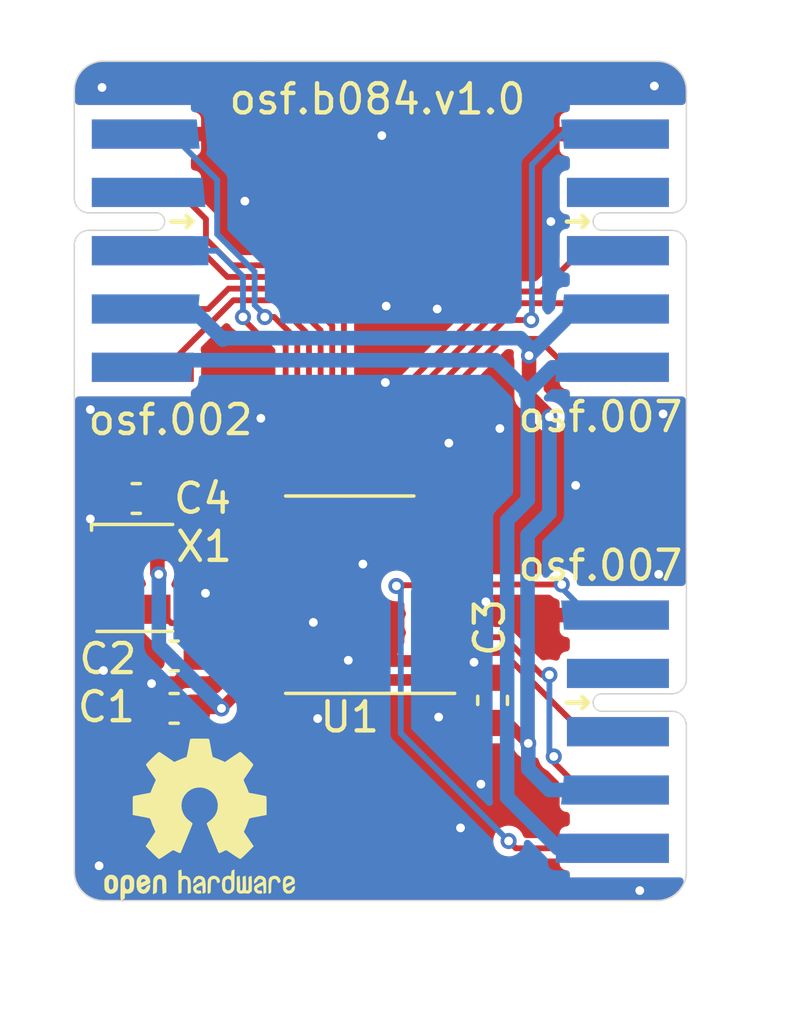
<source format=kicad_pcb>
(kicad_pcb (version 20221018) (generator pcbnew)
  (layers (0 "F.Cu" signal) (31 "B.Cu" signal) (34 "B.Paste" user) (35 "F.Paste" user) (36 "B.SilkS" user "B.Silkscreen") (37 "F.SilkS" user "F.Silkscreen") (38 "B.Mask" user) (39 "F.Mask" user) (44 "Edge.Cuts" user))
  (net 0 "")
  (net 1 "/5V")
  (net 2 "/3.3V")
  (net 3 "Net-(U1-CAP)")
  (net 6 "/ADC/AD4+")
  (net 7 "GND")
  (net 8 "/ADC/AD4-")
  (net 9 "/ADC/{slash}RESET")
  (net 10 "/ADC/CS")
  (net 11 "/ADC/{slash}DRDY")
  (net 12 "/ADC/AD3-")
  (net 13 "/ADC/AD3+")
  (net 15 "/ADC/AD2+")
  (net 16 "/ADC/AD2-")
  (net 17 "/ADC/AD1-")
  (net 18 "/ADC/AD1+")
  (net 19 "/ADC/8MhZ_in")
  (net 20 "/ADC/SCLK")
  (net 21 "/ADC/MISO")
  (net 22 "/ADC/MOSI")
  (footprint "Symbol:OSHW-Logo2_7.3x6mm_SilkScreen" (layer "F.Cu") (at 34.3 173)
    (fp_text reference "l1" hide)
    (fp_text value "Logo_Open_Hardware_Larg" hide)
  )
  (footprint "Capacitor_SMD:C_0603_1608Metric" (layer "F.Cu") (at 32.125 162 180)
    (fp_text reference "C4" (at -2.275 0) (layer "F.SilkS"))
    (fp_text value "100nF")
    (pad "1" smd roundrect (at -0.775 0 180) (size 0.9 0.95) (layers "F.Cu" "F.Paste" "F.Mask") (net 2 "/3.3V"))
    (pad "2" smd roundrect (at 0.775 0 180) (size 0.9 0.95) (layers "F.Cu" "F.Paste" "F.Mask") (net 7 "GND"))
  )
  (footprint "on_edge:on_edge_2x05_host" (layer "F.Cu") (at 51 153.5 -90)
    (fp_text reference "J2")
    (fp_text value "007_ADC")
    (fp_line (start -4 0) (end -1.8 0) (stroke (width 0.05)) (layer "Edge.Cuts"))
    (fp_line (start -1.3 0.5) (end -1.3 2.9) (stroke (width 0.05)) (layer "Edge.Cuts"))
    (fp_line (start -0.7 2.9) (end -0.7 0.5) (stroke (width 0.05)) (layer "Edge.Cuts"))
    (fp_line (start -0.2 0) (end 4 0) (stroke (width 0.05)) (layer "Edge.Cuts"))
    (fp_arc (start -1.8 0) (mid -1.446447 0.146447) (end -1.3 0.5) (stroke (width 0.05)) (layer "Edge.Cuts"))
    (fp_arc (start -0.7 0.5) (mid -0.553553 0.146447) (end -0.2 0) (stroke (width 0.05)) (layer "Edge.Cuts"))
    (fp_arc (start -0.7 2.9) (mid -1 3.2) (end -1.3 2.9) (stroke (width 0.05)) (layer "Edge.Cuts"))
    (pad "1" smd rect (at -4 2.35 270) (size 1 3.5) (layers "F.Cu" "F.Mask") (net 7 "GND"))
    (pad "2" smd rect (at -2 2.35 270) (size 1 3.5) (layers "F.Cu" "F.Mask"))
    (pad "3" smd rect (at 0 2.35 270) (size 1 3.5) (layers "F.Cu" "F.Mask") (net 13 "/ADC/AD3+"))
    (pad "4" smd rect (at 2 2.35 270) (size 1 3.5) (layers "F.Cu" "F.Mask") (net 12 "/ADC/AD3-"))
    (pad "5" smd rect (at 4 2.35 270) (size 1 3.5) (layers "F.Cu" "F.Mask") (net 6 "/ADC/AD4+"))
    (pad "6" smd custom (at -4 2.4 90) (size 1 3.6) (layers "B.Cu" "B.Mask") (net 8 "/ADC/AD4-") (options (clearance outline) (anchor rect)) (primitives (gr_poly (pts (xy 0.5 -1.8) (xy -0.5 -1.8) (xy 0.5 -1.9)) (width 0) (fill yes))))
    (pad "7" smd rect (at -2 2.35 90) (size 1 3.5) (layers "B.Cu" "B.Mask"))
    (pad "8" smd rect (at 0 2.35 90) (size 1 3.5) (layers "B.Cu" "B.Mask"))
    (pad "9" smd custom (at 2 2.4 90) (size 1 3.6) (layers "B.Cu" "B.Mask") (net 2 "/3.3V") (options (clearance outline) (anchor rect)) (primitives (gr_poly (pts (xy 0.5 -1.8) (xy -0.5 -1.8) (xy -0.5 -1.9)) (width 0) (fill yes))))
    (pad "10" smd custom (at 4 2.5 90) (size 1 3.8) (layers "B.Cu" "B.Mask") (net 1 "/5V") (options (clearance outline) (anchor rect)) (primitives (gr_poly (pts (xy 0.5 -1.9) (xy -0.5 -1.9) (xy -0.5 -2)) (width 0) (fill yes))))
    (zone (net 0) (net_name "") (layers "F&B.Cu") (connect_pads (clearance 0)) (min_thickness 0.254)
      (keepout (tracks allowed) (vias not_allowed) (pads allowed) (copperpour not_allowed) (footprints not_allowed))
      (fill (thermal_gap 0.508) (thermal_bridge_width 0.508))
      (polygon (pts (xy 47 158.5) (xy 47 148.5) (xy 51 148.5) (xy 51 158.5)))
    )
  )
  (footprint "on_edge:on_edge_2x05_host" (layer "F.Cu") (at 51 170 -90)
    (fp_text reference "J3")
    (fp_text value "007_ADC")
    (fp_line (start -4 0) (end -1.8 0) (stroke (width 0.05)) (layer "Edge.Cuts"))
    (fp_line (start -1.3 0.5) (end -1.3 2.9) (stroke (width 0.05)) (layer "Edge.Cuts"))
    (fp_line (start -0.7 2.9) (end -0.7 0.5) (stroke (width 0.05)) (layer "Edge.Cuts"))
    (fp_line (start -0.2 0) (end 4 0) (stroke (width 0.05)) (layer "Edge.Cuts"))
    (fp_arc (start -1.8 0) (mid -1.446447 0.146447) (end -1.3 0.5) (stroke (width 0.05)) (layer "Edge.Cuts"))
    (fp_arc (start -0.7 0.5) (mid -0.553553 0.146447) (end -0.2 0) (stroke (width 0.05)) (layer "Edge.Cuts"))
    (fp_arc (start -0.7 2.9) (mid -1 3.2) (end -1.3 2.9) (stroke (width 0.05)) (layer "Edge.Cuts"))
    (pad "1" smd rect (at -4 2.35 270) (size 1 3.5) (layers "F.Cu" "F.Mask") (net 7 "GND"))
    (pad "2" smd rect (at -2 2.35 270) (size 1 3.5) (layers "F.Cu" "F.Mask"))
    (pad "3" smd rect (at 0 2.35 270) (size 1 3.5) (layers "F.Cu" "F.Mask") (net 18 "/ADC/AD1+"))
    (pad "4" smd rect (at 2 2.35 270) (size 1 3.5) (layers "F.Cu" "F.Mask") (net 17 "/ADC/AD1-"))
    (pad "5" smd rect (at 4 2.35 270) (size 1 3.5) (layers "F.Cu" "F.Mask") (net 15 "/ADC/AD2+"))
    (pad "6" smd custom (at -4 2.4 90) (size 1 3.6) (layers "B.Cu" "B.Mask") (net 16 "/ADC/AD2-") (options (clearance outline) (anchor rect)) (primitives (gr_poly (pts (xy 0.5 -1.8) (xy -0.5 -1.8) (xy 0.5 -1.9)) (width 0) (fill yes))))
    (pad "7" smd rect (at -2 2.35 90) (size 1 3.5) (layers "B.Cu" "B.Mask"))
    (pad "8" smd rect (at 0 2.35 90) (size 1 3.5) (layers "B.Cu" "B.Mask"))
    (pad "9" smd custom (at 2 2.4 90) (size 1 3.6) (layers "B.Cu" "B.Mask") (net 2 "/3.3V") (options (clearance outline) (anchor rect)) (primitives (gr_poly (pts (xy 0.5 -1.8) (xy -0.5 -1.8) (xy -0.5 -1.9)) (width 0) (fill yes))))
    (pad "10" smd custom (at 4 2.5 90) (size 1 3.8) (layers "B.Cu" "B.Mask") (net 1 "/5V") (options (clearance outline) (anchor rect)) (primitives (gr_poly (pts (xy 0.5 -1.9) (xy -0.5 -1.9) (xy -0.5 -2)) (width 0) (fill yes))))
    (zone (net 0) (net_name "") (layers "F&B.Cu") (connect_pads (clearance 0)) (min_thickness 0.254)
      (keepout (tracks allowed) (vias not_allowed) (pads allowed) (copperpour not_allowed) (footprints not_allowed))
      (fill (thermal_gap 0.508) (thermal_bridge_width 0.508))
      (polygon (pts (xy 47 175) (xy 47 165) (xy 51 165) (xy 51 175)))
    )
  )
  (footprint "on_edge:on_edge_2x05_device" (layer "F.Cu") (at 30 153.5 -90)
    (fp_text reference "J1")
    (fp_text value "002_SPI")
    (fp_line (start -4 0) (end -1.8 0) (stroke (width 0.05)) (layer "Edge.Cuts"))
    (fp_line (start -1.3 -2.8) (end -1.3 -0.5) (stroke (width 0.05)) (layer "Edge.Cuts"))
    (fp_line (start -0.7 -0.5) (end -0.7 -2.8) (stroke (width 0.05)) (layer "Edge.Cuts"))
    (fp_line (start -0.2 0) (end 4 0) (stroke (width 0.05)) (layer "Edge.Cuts"))
    (fp_arc (start -1.3 -2.8) (mid -1 -3.1) (end -0.7 -2.8) (stroke (width 0.05)) (layer "Edge.Cuts"))
    (fp_arc (start -1.3 -0.5) (mid -1.446447 -0.146447) (end -1.8 0) (stroke (width 0.05)) (layer "Edge.Cuts"))
    (fp_arc (start -0.2 0) (mid -0.553553 -0.146447) (end -0.7 -0.5) (stroke (width 0.05)) (layer "Edge.Cuts"))
    (pad "1" smd rect (at -4 -2.35 90) (size 1 3.5) (layers "F.Cu" "F.Mask") (net 7 "GND"))
    (pad "2" smd rect (at -2 -2.35 270) (size 1 3.5) (layers "F.Cu" "F.Mask") (net 22 "/ADC/MOSI"))
    (pad "3" smd rect (at 0 -2.35 270) (size 1 3.5) (layers "F.Cu" "F.Mask") (net 21 "/ADC/MISO"))
    (pad "4" smd rect (at 2 -2.35 90) (size 1 3.5) (layers "F.Cu" "F.Mask") (net 20 "/ADC/SCLK"))
    (pad "5" smd rect (at 4 -2.35 90) (size 1 3.5) (layers "F.Cu" "F.Mask") (net 11 "/ADC/{slash}DRDY"))
    (pad "6" smd custom (at -4 -2.4 270) (size 1 3.6) (layers "B.Cu" "B.Mask") (net 10 "/ADC/CS") (options (clearance outline) (anchor rect)) (primitives (gr_poly (pts (xy 0.5 -1.8) (xy 0.5 -1.9) (xy -0.5 -1.8)) (width 0) (fill yes))))
    (pad "7" smd custom (at -2 -2.1 270) (size 1 3) (layers "B.Cu" "B.Mask") (options (clearance outline) (anchor rect)) (primitives (gr_poly (pts (xy 0.3 -0.51) (xy 0.31 -0.62) (xy 0.33 -0.7) (xy 0.35 -0.76) (xy 0.37 -0.81) (xy 0.4 -0.86) (xy 0.44 -0.92) (xy 0.48 -0.97) (xy 0.5 -0.99) (xy 0.5 -2.4) (xy -0.5 -2.3) (xy -0.5 1.5) (xy 0.3 1.5)) (width 0) (fill yes))))
    (pad "8" smd rect (at 0 -2.6 270) (size 1 4) (layers "B.Cu" "B.Mask") (net 9 "/ADC/{slash}RESET"))
    (pad "9" smd custom (at 2 -2.4 270) (size 1 3.6) (layers "B.Cu" "B.Mask") (net 2 "/3.3V") (options (clearance outline) (anchor rect)) (primitives (gr_poly (pts (xy -0.5 -1.8) (xy -0.5 -1.9) (xy 0.5 -1.8)) (width 0) (fill yes))))
    (pad "10" smd custom (at 4 -2.3 270) (size 1 3.4) (layers "B.Cu" "B.Mask") (net 1 "/5V") (options (clearance outline) (anchor rect)) (primitives (gr_poly (pts (xy -0.5 -1.7) (xy -0.5 -1.8) (xy 0.5 -1.7)) (width 0) (fill yes))))
    (zone (net 0) (net_name "") (layers "F&B.Cu") (connect_pads (clearance 0)) (min_thickness 0.254)
      (keepout (tracks allowed) (vias not_allowed) (pads allowed) (copperpour not_allowed) (footprints not_allowed))
      (fill (thermal_gap 0.508) (thermal_bridge_width 0.508))
      (polygon (pts (xy 30 158.5) (xy 30 148.5) (xy 34 148.5) (xy 34 158.5)))
    )
  )
  (footprint "Package_SO:TSSOP-20_4.4x6.5mm_P0.65mm" (layer "F.Cu") (at 39.45 165.3 180)
    (fp_text reference "U1" (at 0 -4.2) (layer "F.SilkS"))
    (fp_text value "ADS131M04")
    (pad "1" smd roundrect (at -2.8625 -2.925 180) (size 1.475 0.4) (layers "F.Cu" "F.Paste" "F.Mask") (net 2 "/3.3V"))
    (pad "2" smd roundrect (at -2.8625 -2.275 180) (size 1.475 0.4) (layers "F.Cu" "F.Paste" "F.Mask") (net 7 "GND"))
    (pad "3" smd roundrect (at -2.8625 -1.625 180) (size 1.475 0.4) (layers "F.Cu" "F.Paste" "F.Mask") (net 18 "/ADC/AD1+"))
    (pad "4" smd roundrect (at -2.8625 -0.975 180) (size 1.475 0.4) (layers "F.Cu" "F.Paste" "F.Mask") (net 17 "/ADC/AD1-"))
    (pad "5" smd roundrect (at -2.8625 -0.325 180) (size 1.475 0.4) (layers "F.Cu" "F.Paste" "F.Mask") (net 16 "/ADC/AD2-"))
    (pad "6" smd roundrect (at -2.8625 0.325 180) (size 1.475 0.4) (layers "F.Cu" "F.Paste" "F.Mask") (net 15 "/ADC/AD2+"))
    (pad "7" smd roundrect (at -2.8625 0.975 180) (size 1.475 0.4) (layers "F.Cu" "F.Paste" "F.Mask") (net 13 "/ADC/AD3+"))
    (pad "8" smd roundrect (at -2.8625 1.625 180) (size 1.475 0.4) (layers "F.Cu" "F.Paste" "F.Mask") (net 12 "/ADC/AD3-"))
    (pad "9" smd roundrect (at -2.8625 2.275 180) (size 1.475 0.4) (layers "F.Cu" "F.Paste" "F.Mask") (net 8 "/ADC/AD4-"))
    (pad "10" smd roundrect (at -2.8625 2.925 180) (size 1.475 0.4) (layers "F.Cu" "F.Paste" "F.Mask") (net 6 "/ADC/AD4+"))
    (pad "11" smd roundrect (at 2.8625 2.925 180) (size 1.475 0.4) (layers "F.Cu" "F.Paste" "F.Mask") (net 9 "/ADC/{slash}RESET"))
    (pad "12" smd roundrect (at 2.8625 2.275 180) (size 1.475 0.4) (layers "F.Cu" "F.Paste" "F.Mask") (net 10 "/ADC/CS"))
    (pad "13" smd roundrect (at 2.8625 1.625 180) (size 1.475 0.4) (layers "F.Cu" "F.Paste" "F.Mask") (net 11 "/ADC/{slash}DRDY"))
    (pad "14" smd roundrect (at 2.8625 0.975 180) (size 1.475 0.4) (layers "F.Cu" "F.Paste" "F.Mask") (net 20 "/ADC/SCLK"))
    (pad "15" smd roundrect (at 2.8625 0.325 180) (size 1.475 0.4) (layers "F.Cu" "F.Paste" "F.Mask") (net 21 "/ADC/MISO"))
    (pad "16" smd roundrect (at 2.8625 -0.325 180) (size 1.475 0.4) (layers "F.Cu" "F.Paste" "F.Mask") (net 22 "/ADC/MOSI"))
    (pad "17" smd roundrect (at 2.8625 -0.975 180) (size 1.475 0.4) (layers "F.Cu" "F.Paste" "F.Mask") (net 19 "/ADC/8MhZ_in"))
    (pad "18" smd roundrect (at 2.8625 -1.625 180) (size 1.475 0.4) (layers "F.Cu" "F.Paste" "F.Mask") (net 3 "Net-(U1-CAP)"))
    (pad "19" smd roundrect (at 2.8625 -2.275 180) (size 1.475 0.4) (layers "F.Cu" "F.Paste" "F.Mask") (net 7 "GND"))
    (pad "20" smd roundrect (at 2.8625 -2.925 180) (size 1.475 0.4) (layers "F.Cu" "F.Paste" "F.Mask") (net 2 "/3.3V"))
  )
  (footprint "Capacitor_SMD:C_0603_1608Metric" (layer "F.Cu") (at 33.425 169.2 180)
    (fp_text reference "C1" (at 2.325 0.05) (layer "F.SilkS"))
    (fp_text value "100nF")
    (pad "1" smd roundrect (at -0.775 0 180) (size 0.9 0.95) (layers "F.Cu" "F.Paste" "F.Mask") (net 2 "/3.3V"))
    (pad "2" smd roundrect (at 0.775 0 180) (size 0.9 0.95) (layers "F.Cu" "F.Paste" "F.Mask") (net 7 "GND"))
  )
  (footprint "Capacitor_SMD:C_0603_1608Metric" (layer "F.Cu") (at 33.425 167.4 180)
    (fp_text reference "C2" (at 2.275 -0.1) (layer "F.SilkS"))
    (fp_text value "220nF")
    (pad "1" smd roundrect (at -0.775 0 180) (size 0.9 0.95) (layers "F.Cu" "F.Paste" "F.Mask") (net 3 "Net-(U1-CAP)"))
    (pad "2" smd roundrect (at 0.775 0 180) (size 0.9 0.95) (layers "F.Cu" "F.Paste" "F.Mask") (net 7 "GND"))
  )
  (footprint "Capacitor_SMD:C_0603_1608Metric" (layer "F.Cu") (at 44.35 168.925 90)
    (fp_text reference "C3" (at 2.5 -0.1 90) (layer "F.SilkS"))
    (fp_text value "100nF")
    (pad "1" smd roundrect (at -0.775 0 90) (size 0.9 0.95) (layers "F.Cu" "F.Paste" "F.Mask") (net 2 "/3.3V"))
    (pad "2" smd roundrect (at 0.775 0 90) (size 0.9 0.95) (layers "F.Cu" "F.Paste" "F.Mask") (net 7 "GND"))
  )
  (footprint "Oscillator:Oscillator_SMD_EuroQuartz_XO32-4Pin_3.2x2.5mm" (layer "F.Cu") (at 32.075 164.725)
    (fp_text reference "X1" (at 2.375 -1.075) (layer "F.SilkS"))
    (fp_text value "8MhZ")
    (pad "1" smd rect (at -0.775 -1.075 270) (size 1 0.9) (layers "F.Cu" "F.Paste" "F.Mask") (net 2 "/3.3V"))
    (pad "2" smd rect (at -0.775 1.075 270) (size 1 0.9) (layers "F.Cu" "F.Paste" "F.Mask") (net 7 "GND"))
    (pad "3" smd rect (at 0.775 1.075 270) (size 1 0.9) (layers "F.Cu" "F.Paste" "F.Mask") (net 19 "/ADC/8MhZ_in"))
    (pad "4" smd rect (at 0.775 -1.075 270) (size 1 0.9) (layers "F.Cu" "F.Paste" "F.Mask") (net 2 "/3.3V"))
  )
  (gr_line (start 31 175.792893) (end 36.5 175.792893) (stroke (width 0.05)) (layer "Edge.Cuts"))
  (gr_line (start 51 149.5) (end 51 148) (stroke (width 0.05)) (layer "Edge.Cuts"))
  (gr_arc (start 31 175.792893) (mid 30.292893 175.5) (end 30 174.792893) (stroke (width 0.05)) (layer "Edge.Cuts"))
  (gr_arc (start 50 147) (mid 50.707107 147.292893) (end 51 148) (stroke (width 0.05)) (layer "Edge.Cuts"))
  (gr_arc (start 51 174.792893) (mid 50.707107 175.5) (end 50 175.792893) (stroke (width 0.05)) (layer "Edge.Cuts"))
  (gr_line (start 30 157.5) (end 30 174.792893) (stroke (width 0.05)) (layer "Edge.Cuts"))
  (gr_arc (start 30 148) (mid 30.292893 147.292893) (end 31 147) (stroke (width 0.05)) (layer "Edge.Cuts"))
  (gr_line (start 36.5 147) (end 31 147) (stroke (width 0.05)) (layer "Edge.Cuts"))
  (gr_line (start 36.5 147) (end 50 147) (stroke (width 0.05)) (layer "Edge.Cuts"))
  (gr_line (start 30 149.5) (end 30 148) (stroke (width 0.05)) (layer "Edge.Cuts"))
  (gr_line (start 50 175.792893) (end 36.5 175.792893) (stroke (width 0.05)) (layer "Edge.Cuts"))
  (gr_line (start 51 166) (end 51 157.5) (stroke (width 0.05)) (layer "Edge.Cuts"))
  (gr_line (start 51 174.792893) (end 51 174) (stroke (width 0.05)) (layer "Edge.Cuts"))
  (gr_text "osf.007" (at 48.05 164.3) (layer "F.SilkS") (effects (font (size 1 1))))
  (gr_text "osf.b084.v1.0" (at 40.4 148.3) (layer "F.SilkS") (effects (font (size 1 1))))
  (gr_text "osf.007" (at 48.05 159.2) (layer "F.SilkS") (effects (font (size 1 1))))
  (gr_text "osf.002" (at 33.3 159.3) (layer "F.SilkS") (effects (font (size 1 1))))
  (segment (start 48.5 174) (end 46.6 174) (width 0.5) (layer "B.Cu") (net 1))
  (segment (start 44.85 172.25) (end 44.85 162.75) (width 0.5) (layer "B.Cu") (net 1))
  (segment (start 44.456781 157.256781) (end 32.543219 157.256781) (width 0.5) (layer "B.Cu") (net 1))
  (segment (start 45.5 158.4) (end 46.4 157.5) (width 0.5) (layer "B.Cu") (net 1))
  (segment (start 45.556781 162.043219) (end 45.556781 158.356781) (width 0.5) (layer "B.Cu") (net 1))
  (segment (start 46.4 157.5) (end 48.5 157.5) (width 0.5) (layer "B.Cu") (net 1))
  (segment (start 44.85 162.75) (end 45.556781 162.043219) (width 0.5) (layer "B.Cu") (net 1))
  (segment (start 46.6 174) (end 44.85 172.25) (width 0.5) (layer "B.Cu") (net 1))
  (segment (start 45.556781 158.356781) (end 44.456781 157.256781) (width 0.5) (layer "B.Cu") (net 1))
  (segment (start 32.543219 157.256781) (end 32.3 157.5) (width 0.5) (layer "B.Cu") (net 1))
  (segment (start 42.3125 168.225) (end 36.025 168.225) (width 0.4) (layer "F.Cu") (net 2))
  (segment (start 32.85 164.55) (end 32.9 164.6) (width 0.5) (layer "F.Cu") (net 2))
  (segment (start 32.9 163.6) (end 32.85 163.65) (width 0.5) (layer "F.Cu") (net 2))
  (segment (start 32.85 163.65) (end 32.85 164.55) (width 0.5) (layer "F.Cu") (net 2))
  (segment (start 46.3 159.2) (end 45.6 158.5) (width 0.5) (layer "F.Cu") (net 2))
  (segment (start 32.9 162) (end 32.9 163.6) (width 0.5) (layer "F.Cu") (net 2))
  (segment (start 45.6 158.5) (end 45.6 157.1) (width 0.5) (layer "F.Cu") (net 2))
  (segment (start 36.025 168.225) (end 35.05 169.2) (width 0.4) (layer "F.Cu") (net 2))
  (segment (start 31.3 163.65) (end 32.85 163.65) (width 0.5) (layer "F.Cu") (net 2))
  (segment (start 45.5745 170.4) (end 44.8745 169.7) (width 0.4) (layer "F.Cu") (net 2))
  (segment (start 44.8745 169.7) (end 44.35 169.7) (width 0.4) (layer "F.Cu") (net 2))
  (segment (start 42.875 168.225) (end 44.35 169.7) (width 0.4) (layer "F.Cu") (net 2))
  (segment (start 35.05 169.2) (end 34.2 169.2) (width 0.4) (layer "F.Cu") (net 2))
  (segment (start 42.3125 168.225) (end 42.875 168.225) (width 0.4) (layer "F.Cu") (net 2))
  (via (at 45.6 157.1) (size 0.55) (drill 0.3) (layers "F.Cu" "B.Cu") (net 2))
  (via (at 35.05 169.2) (size 0.55) (drill 0.3) (layers "F.Cu" "B.Cu") (net 2))
  (via (at 46.3 159.2) (size 0.55) (drill 0.3) (layers "F.Cu" "B.Cu") (net 2))
  (via (at 45.5745 170.4) (size 0.55) (drill 0.3) (layers "F.Cu" "B.Cu") (net 2))
  (via (at 32.9 164.6) (size 0.55) (drill 0.3) (layers "F.Cu" "B.Cu") (net 2))
  (segment (start 34.05 155.5) (end 32.4 155.5) (width 0.5) (layer "B.Cu") (net 2))
  (segment (start 35.1 156.55) (end 34.05 155.5) (width 0.5) (layer "B.Cu") (net 2))
  (segment (start 45.3 156.5) (end 35.15 156.5) (width 0.5) (layer "B.Cu") (net 2))
  (segment (start 45.5745 171.2745) (end 46.3 172) (width 0.5) (layer "B.Cu") (net 2))
  (segment (start 46.3 159.2) (end 46.3 162.5) (width 0.5) (layer "B.Cu") (net 2))
  (segment (start 45.55 163.25) (end 45.55 170.4) (width 0.5) (layer "B.Cu") (net 2))
  (segment (start 35.15 156.5) (end 35.1 156.55) (width 0.5) (layer "B.Cu") (net 2))
  (segment (start 45.6 156.8) (end 45.3 156.5) (width 0.5) (layer "B.Cu") (net 2))
  (segment (start 45.6 157.1) (end 47.2 155.5) (width 0.5) (layer "B.Cu") (net 2))
  (segment (start 47.2 155.5) (end 48.6 155.5) (width 0.5) (layer "B.Cu") (net 2))
  (segment (start 45.5745 170.4) (end 45.5745 171.2745) (width 0.5) (layer "B.Cu") (net 2))
  (segment (start 32.9 164.6) (end 32.9 167.05) (width 0.5) (layer "B.Cu") (net 2))
  (segment (start 32.9 167.05) (end 35.05 169.2) (width 0.5) (layer "B.Cu") (net 2))
  (segment (start 46.3 162.5) (end 45.55 163.25) (width 0.5) (layer "B.Cu") (net 2))
  (segment (start 46.3 172) (end 48.6 172) (width 0.5) (layer "B.Cu") (net 2))
  (segment (start 45.6 157.1) (end 45.6 156.8) (width 0.5) (layer "B.Cu") (net 2))
  (segment (start 36.5875 166.925) (end 35.333011 166.925) (width 0.2) (layer "F.Cu") (net 3))
  (segment (start 35.333011 166.925) (end 34.858011 167.4) (width 0.2) (layer "F.Cu") (net 3))
  (segment (start 34.858011 167.4) (end 34.2 167.4) (width 0.2) (layer "F.Cu") (net 3))
  (segment (start 44.675 156.525) (end 45.925 156.525) (width 0.2) (layer "F.Cu") (net 6))
  (segment (start 46.9 157.5) (end 48.65 157.5) (width 0.2) (layer "F.Cu") (net 6))
  (segment (start 41.925 162.375) (end 41.65 162.1) (width 0.2) (layer "F.Cu") (net 6))
  (segment (start 45.925 156.525) (end 46.9 157.5) (width 0.2) (layer "F.Cu") (net 6))
  (segment (start 42.3125 162.375) (end 41.925 162.375) (width 0.2) (layer "F.Cu") (net 6))
  (segment (start 41.65 162.1) (end 41.65 159.55) (width 0.2) (layer "F.Cu") (net 6))
  (segment (start 41.65 159.55) (end 44.675 156.525) (width 0.2) (layer "F.Cu") (net 6))
  (segment (start 40.65 155.35) (end 40.65 149.5) (width 0.5) (layer "F.Cu") (net 7))
  (segment (start 39.425 167.575) (end 39.4 167.55) (width 0.4) (layer "F.Cu") (net 7))
  (segment (start 39.4 167.55) (end 39.375 167.575) (width 0.4) (layer "F.Cu") (net 7))
  (segment (start 32.65 167.15) (end 31.3 165.8) (width 0.4) (layer "F.Cu") (net 7))
  (segment (start 30.65 162.7) (end 31.35 162) (width 0.4) (layer "F.Cu") (net 7))
  (segment (start 32.65 167.4) (end 32.65 167.15) (width 0.4) (layer "F.Cu") (net 7))
  (segment (start 40.7 155.4) (end 40.65 155.35) (width 0.5) (layer "F.Cu") (net 7))
  (segment (start 30.55 162.7) (end 30.65 162.7) (width 0.4) (layer "F.Cu") (net 7))
  (segment (start 34.715118 168.3) (end 32.7 168.3) (width 0.4) (layer "F.Cu") (net 7))
  (segment (start 40.65 149.5) (end 48.65 149.5) (width 0.5) (layer "F.Cu") (net 7))
  (segment (start 32.65 169.2) (end 32.65 167.4) (width 0.4) (layer "F.Cu") (net 7))
  (segment (start 36.5875 167.575) (end 35.440118 167.575) (width 0.4) (layer "F.Cu") (net 7))
  (segment (start 42.3125 167.575) (end 39.425 167.575) (width 0.4) (layer "F.Cu") (net 7))
  (segment (start 40.55 149.55) (end 40.6 149.5) (width 0.5) (layer "F.Cu") (net 7))
  (segment (start 40.670238 158.020238) (end 40.65 158) (width 0.5) (layer "F.Cu") (net 7))
  (segment (start 30.45 164.95) (end 30.45 162.9) (width 0.4) (layer "F.Cu") (net 7))
  (segment (start 32.65 168.35) (end 32.65 169.2) (width 0.4) (layer "F.Cu") (net 7))
  (segment (start 40.65 158) (end 40.65 155.45) (width 0.5) (layer "F.Cu") (net 7))
  (segment (start 40.6 149.5) (end 40.65 149.5) (width 0.5) (layer "F.Cu") (net 7))
  (segment (start 43.775 167.575) (end 44.35 168.15) (width 0.4) (layer "F.Cu") (net 7))
  (segment (start 40.65 155.45) (end 40.7 155.4) (width 0.5) (layer "F.Cu") (net 7))
  (segment (start 35.440118 167.575) (end 34.715118 168.3) (width 0.4) (layer "F.Cu") (net 7))
  (segment (start 39.375 167.575) (end 36.5875 167.575) (width 0.4) (layer "F.Cu") (net 7))
  (segment (start 44.5755 166) (end 48.65 166) (width 0.5) (layer "F.Cu") (net 7))
  (segment (start 42.3125 167.575) (end 43.775 167.575) (width 0.4) (layer "F.Cu") (net 7))
  (segment (start 30.45 162.9) (end 30.55 162.8) (width 0.4) (layer "F.Cu") (net 7))
  (segment (start 31.3 165.8) (end 30.45 164.95) (width 0.4) (layer "F.Cu") (net 7))
  (segment (start 44.118983 165.543483) (end 44.5755 166) (width 0.5) (layer "F.Cu") (net 7))
  (segment (start 32.35 149.5) (end 40.5 149.5) (width 0.5) (layer "F.Cu") (net 7))
  (segment (start 40.5 149.5) (end 40.55 149.55) (width 0.5) (layer "F.Cu") (net 7))
  (segment (start 32.7 168.3) (end 32.65 168.35) (width 0.4) (layer "F.Cu") (net 7))
  (segment (start 30.55 162.8) (end 30.55 162.7) (width 0.4) (layer "F.Cu") (net 7))
  (via (at 31 167.9) (size 0.55) (drill 0.3) (layers "F.Cu" "B.Cu") (net 7))
  (via (at 39.9 164.25) (size 0.55) (drill 0.3) (layers "F.Cu" "B.Cu") (net 7))
  (via (at 38.35 169.55) (size 0.55) (drill 0.3) (layers "F.Cu" "B.Cu") (net 7))
  (via (at 49.4 175.45) (size 0.55) (drill 0.3) (layers "F.Cu" "B.Cu") (net 7))
  (via (at 43.712764 167.618124) (size 0.55) (drill 0.3) (layers "F.Cu" "B.Cu") (net 7))
  (via (at 30.55 158.95) (size 0.55) (drill 0.3) (layers "F.Cu" "B.Cu") (net 7))
  (via (at 38.2 166.25) (size 0.55) (drill 0.3) (layers "F.Cu" "B.Cu") (net 7))
  (via (at 35.85 151.8) (size 0.55) (drill 0.3) (layers "F.Cu" "B.Cu") (net 7))
  (via (at 49.9 147.85) (size 0.55) (drill 0.3) (layers "F.Cu" "B.Cu") (net 7))
  (via (at 42.45 155.5) (size 0.55) (drill 0.3) (layers "F.Cu" "B.Cu") (net 7))
  (via (at 46.35 152.5) (size 0.55) (drill 0.3) (layers "F.Cu" "B.Cu") (net 7))
  (via (at 42.85 160.1) (size 0.55) (drill 0.3) (layers "F.Cu" "B.Cu") (net 7))
  (via (at 42.5 169.5) (size 0.55) (drill 0.3) (layers "F.Cu" "B.Cu") (net 7))
  (via (at 39.4 167.55) (size 0.55) (drill 0.3) (layers "F.Cu" "B.Cu") (net 7))
  (via (at 44.118983 165.543483) (size 0.55) (drill 0.3) (layers "F.Cu" "B.Cu") (net 7))
  (via (at 36.4 159.25) (size 0.55) (drill 0.3) (layers "F.Cu" "B.Cu") (net 7))
  (via (at 50.05 164.6) (size 0.55) (drill 0.3) (layers "F.Cu" "B.Cu") (net 7))
  (via (at 32.65 168.35) (size 0.55) (drill 0.3) (layers "F.Cu" "B.Cu") (net 7))
  (via (at 43.95 171.8) (size 0.55) (drill 0.3) (layers "F.Cu" "B.Cu") (net 7))
  (via (at 40.55 149.55) (size 0.55) (drill 0.3) (layers "F.Cu" "B.Cu") (net 7))
  (via (at 44.6 159.6) (size 0.55) (drill 0.3) (layers "F.Cu" "B.Cu") (net 7))
  (via (at 30.55 162.7) (size 0.55) (drill 0.3) (layers "F.Cu" "B.Cu") (net 7))
  (via (at 34.5 165.25) (size 0.55) (drill 0.3) (layers "F.Cu" "B.Cu") (net 7))
  (via (at 50.2 159.1) (size 0.55) (drill 0.3) (layers "F.Cu" "B.Cu") (net 7))
  (via (at 47.2 161.55) (size 0.55) (drill 0.3) (layers "F.Cu" "B.Cu") (net 7))
  (via (at 43.25 173.3) (size 0.55) (drill 0.3) (layers "F.Cu" "B.Cu") (net 7))
  (via (at 30.85 174.6) (size 0.55) (drill 0.3) (layers "F.Cu" "B.Cu") (net 7))
  (via (at 40.670238 158.020238) (size 0.55) (drill 0.3) (layers "F.Cu" "B.Cu") (net 7))
  (via (at 30.95 147.9) (size 0.55) (drill 0.3) (layers "F.Cu" "B.Cu") (net 7))
  (via (at 40.7 155.4) (size 0.55) (drill 0.3) (layers "F.Cu" "B.Cu") (net 7))
  (segment (start 42.85 160.1) (end 42.85 160.2) (width 0.5) (layer "B.Cu") (net 7))
  (segment (start 40.670238 158.020238) (end 42.75 160.1) (width 0.5) (layer "B.Cu") (net 7))
  (segment (start 44.118983 165.543483) (end 44.118983 167.211905) (width 0.5) (layer "B.Cu") (net 7))
  (segment (start 42.75 160.1) (end 42.85 160.1) (width 0.5) (layer "B.Cu") (net 7))
  (segment (start 44.118983 167.211905) (end 43.712764 167.618124) (width 0.5) (layer "B.Cu") (net 7))
  (segment (start 44.118983 161.468983) (end 44.118983 165.543483) (width 0.5) (layer "B.Cu") (net 7))
  (segment (start 42.85 160.2) (end 44.118983 161.468983) (width 0.5) (layer "B.Cu") (net 7))
  (segment (start 45.672521 155.878607) (end 44.755707 155.878607) (width 0.2) (layer "F.Cu") (net 8))
  (segment (start 41.25 162.699999) (end 41.575001 163.025) (width 0.2) (layer "F.Cu") (net 8))
  (segment (start 41.575001 163.025) (end 42.3125 163.025) (width 0.2) (layer "F.Cu") (net 8))
  (segment (start 44.755707 155.878607) (end 41.25 159.384314) (width 0.2) (layer "F.Cu") (net 8))
  (segment (start 41.25 159.384314) (end 41.25 162.699999) (width 0.2) (layer "F.Cu") (net 8))
  (via (at 45.672521 155.878607) (size 0.55) (drill 0.3) (layers "F.Cu" "B.Cu") (net 8))
  (segment (start 45.7 155.851128) (end 45.7 150.55) (width 0.2) (layer "B.Cu") (net 8))
  (segment (start 45.7 150.55) (end 46.75 149.5) (width 0.2) (layer "B.Cu") (net 8))
  (segment (start 45.672521 155.878607) (end 45.7 155.851128) (width 0.2) (layer "B.Cu") (net 8))
  (segment (start 46.75 149.5) (end 48.6 149.5) (width 0.2) (layer "B.Cu") (net 8))
  (segment (start 36.869128 156.3505) (end 37.25 156.731372) (width 0.2) (layer "F.Cu") (net 9))
  (segment (start 36.297618 156.3505) (end 36.869128 156.3505) (width 0.2) (layer "F.Cu") (net 9))
  (segment (start 37.25 162.3) (end 37.175 162.375) (width 0.2) (layer "F.Cu") (net 9))
  (segment (start 35.786288 155.83917) (end 36.297618 156.3505) (width 0.2) (layer "F.Cu") (net 9))
  (segment (start 37.25 156.731372) (end 37.25 162.3) (width 0.2) (layer "F.Cu") (net 9))
  (segment (start 35.786288 155.7755) (end 35.786288 155.83917) (width 0.2) (layer "F.Cu") (net 9))
  (segment (start 37.175 162.375) (end 36.5875 162.375) (width 0.2) (layer "F.Cu") (net 9))
  (via (at 35.786288 155.7755) (size 0.55) (drill 0.3) (layers "F.Cu" "B.Cu") (net 9))
  (segment (start 35.786288 155.7755) (end 35.786288 154.386288) (width 0.2) (layer "B.Cu") (net 9))
  (segment (start 34.9 153.5) (end 32.1 153.5) (width 0.2) (layer "B.Cu") (net 9))
  (segment (start 35.786288 154.386288) (end 34.9 153.5) (width 0.2) (layer "B.Cu") (net 9))
  (segment (start 36.859814 155.7755) (end 37.65 156.565687) (width 0.2) (layer "F.Cu") (net 10))
  (segment (start 37.509314 163.025) (end 36.5875 163.025) (width 0.2) (layer "F.Cu") (net 10))
  (segment (start 36.535791 155.7755) (end 36.859814 155.7755) (width 0.2) (layer "F.Cu") (net 10))
  (segment (start 37.65 156.565687) (end 37.65 162.884314) (width 0.2) (layer "F.Cu") (net 10))
  (segment (start 37.65 162.884314) (end 37.509314 163.025) (width 0.2) (layer "F.Cu") (net 10))
  (via (at 36.535791 155.7755) (size 0.55) (drill 0.3) (layers "F.Cu" "B.Cu") (net 10))
  (segment (start 36.535791 155.7755) (end 36.535791 155.71183) (width 0.2) (layer "B.Cu") (net 10))
  (segment (start 34.9 151.075734) (end 33.324266 149.5) (width 0.2) (layer "B.Cu") (net 10))
  (segment (start 36.186288 154.220602) (end 34.9 152.934314) (width 0.2) (layer "B.Cu") (net 10))
  (segment (start 36.535791 155.71183) (end 36.186288 155.362327) (width 0.2) (layer "B.Cu") (net 10))
  (segment (start 36.186288 155.362327) (end 36.186288 154.220602) (width 0.2) (layer "B.Cu") (net 10))
  (segment (start 33.324266 149.5) (end 32.4 149.5) (width 0.2) (layer "B.Cu") (net 10))
  (segment (start 34.9 152.934314) (end 34.9 151.075734) (width 0.2) (layer "B.Cu") (net 10))
  (segment (start 35.457343 155.2005) (end 33.157843 157.5) (width 0.2) (layer "F.Cu") (net 11))
  (segment (start 38.05 163.05) (end 38.05 156.4) (width 0.2) (layer "F.Cu") (net 11))
  (segment (start 36.5875 163.675) (end 37.425 163.675) (width 0.2) (layer "F.Cu") (net 11))
  (segment (start 37.425 163.675) (end 38.05 163.05) (width 0.2) (layer "F.Cu") (net 11))
  (segment (start 36.8505 155.2005) (end 35.457343 155.2005) (width 0.2) (layer "F.Cu") (net 11))
  (segment (start 33.157843 157.5) (end 32.35 157.5) (width 0.2) (layer "F.Cu") (net 11))
  (segment (start 38.05 156.4) (end 36.8505 155.2005) (width 0.2) (layer "F.Cu") (net 11))
  (segment (start 48.45 155.3) (end 48.65 155.5) (width 0.2) (layer "F.Cu") (net 12))
  (segment (start 40.85 162.868456) (end 40.85 159.218628) (width 0.2) (layer "F.Cu") (net 12))
  (segment (start 40.85 159.218628) (end 44.768628 155.3) (width 0.2) (layer "F.Cu") (net 12))
  (segment (start 44.768628 155.3) (end 48.45 155.3) (width 0.2) (layer "F.Cu") (net 12))
  (segment (start 41.656544 163.675) (end 40.85 162.868456) (width 0.2) (layer "F.Cu") (net 12))
  (segment (start 42.3125 163.675) (end 41.656544 163.675) (width 0.2) (layer "F.Cu") (net 12))
  (segment (start 41.656544 164.325) (end 42.3125 164.325) (width 0.2) (layer "F.Cu") (net 13))
  (segment (start 46 154.9) (end 44.602942 154.9) (width 0.2) (layer "F.Cu") (net 13))
  (segment (start 41.275 163.943456) (end 41.656544 164.325) (width 0.2) (layer "F.Cu") (net 13))
  (segment (start 40.45 159.052942) (end 40.45 163.034142) (width 0.2) (layer "F.Cu") (net 13))
  (segment (start 44.602942 154.9) (end 40.45 159.052942) (width 0.2) (layer "F.Cu") (net 13))
  (segment (start 40.45 163.034142) (end 41.275 163.859142) (width 0.2) (layer "F.Cu") (net 13))
  (segment (start 41.275 163.859142) (end 41.275 163.943456) (width 0.2) (layer "F.Cu") (net 13))
  (segment (start 47.4 153.5) (end 46 154.9) (width 0.2) (layer "F.Cu") (net 13))
  (segment (start 44.9 173.75) (end 45.15 174) (width 0.2) (layer "F.Cu") (net 15))
  (segment (start 41.05 165) (end 41.075 164.975) (width 0.2) (layer "F.Cu") (net 15))
  (segment (start 45.15 174) (end 48.65 174) (width 0.2) (layer "F.Cu") (net 15))
  (segment (start 41.075 164.975) (end 42.3125 164.975) (width 0.2) (layer "F.Cu") (net 15))
  (via (at 44.9 173.75) (size 0.55) (drill 0.3) (layers "F.Cu" "B.Cu") (net 15))
  (via (at 41.05 165) (size 0.55) (drill 0.3) (layers "F.Cu" "B.Cu") (net 15))
  (segment (start 41.2 170.05) (end 44.9 173.75) (width 0.2) (layer "B.Cu") (net 15))
  (segment (start 41.2 165.15) (end 41.2 170.05) (width 0.2) (layer "B.Cu") (net 15))
  (segment (start 41.05 165) (end 41.2 165.15) (width 0.2) (layer "B.Cu") (net 15))
  (segment (start 43.9 164.95) (end 46.7245 164.95) (width 0.2) (layer "F.Cu") (net 16))
  (segment (start 42.3125 165.625) (end 43.225 165.625) (width 0.2) (layer "F.Cu") (net 16))
  (segment (start 43.225 165.625) (end 43.9 164.95) (width 0.2) (layer "F.Cu") (net 16))
  (via (at 46.7245 164.95) (size 0.55) (drill 0.3) (layers "F.Cu" "B.Cu") (net 16))
  (segment (start 46.7245 165.0745) (end 46.7245 164.95) (width 0.2) (layer "B.Cu") (net 16))
  (segment (start 46.75 165.1) (end 46.7245 165.0745) (width 0.2) (layer "B.Cu") (net 16))
  (segment (start 47.65 166) (end 46.75 165.1) (width 0.2) (layer "B.Cu") (net 16))
  (segment (start 48.6 166) (end 47.65 166) (width 0.2) (layer "B.Cu") (net 16))
  (segment (start 46.45 171.05) (end 47.4 172) (width 0.2) (layer "F.Cu") (net 17))
  (segment (start 46.039381 168.05) (end 46.3 168.05) (width 0.2) (layer "F.Cu") (net 17))
  (segment (start 44.232106 166.759315) (end 44.748697 166.759315) (width 0.2) (layer "F.Cu") (net 17))
  (segment (start 42.3125 166.275) (end 43.747791 166.275) (width 0.2) (layer "F.Cu") (net 17))
  (segment (start 43.747791 166.275) (end 44.232106 166.759315) (width 0.2) (layer "F.Cu") (net 17))
  (segment (start 47.4 172) (end 48.65 172) (width 0.2) (layer "F.Cu") (net 17))
  (segment (start 44.748697 166.759315) (end 45.123696 167.134315) (width 0.2) (layer "F.Cu") (net 17))
  (segment (start 46.45 170.85) (end 46.45 171.05) (width 0.2) (layer "F.Cu") (net 17))
  (segment (start 45.123696 167.134315) (end 46.039381 168.05) (width 0.2) (layer "F.Cu") (net 17))
  (via (at 46.3 168.05) (size 0.55) (drill 0.3) (layers "F.Cu" "B.Cu") (net 17))
  (via (at 46.45 170.85) (size 0.55) (drill 0.3) (layers "F.Cu" "B.Cu") (net 17))
  (segment (start 46.45 170.85) (end 46.3 170.7) (width 0.2) (layer "B.Cu") (net 17))
  (segment (start 46.3 170.7) (end 46.3 168.05) (width 0.2) (layer "B.Cu") (net 17))
  (segment (start 43.832106 166.925) (end 44.207106 167.3) (width 0.2) (layer "F.Cu") (net 18))
  (segment (start 47.4 169.976304) (end 47.4 170) (width 0.2) (layer "F.Cu") (net 18))
  (segment (start 42.3125 166.925) (end 43.832106 166.925) (width 0.2) (layer "F.Cu") (net 18))
  (segment (start 44.207106 167.3) (end 44.723696 167.3) (width 0.2) (layer "F.Cu") (net 18))
  (segment (start 44.723696 167.3) (end 47.4 169.976304) (width 0.2) (layer "F.Cu") (net 18))
  (segment (start 36.5875 166.275) (end 33.325 166.275) (width 0.2) (layer "F.Cu") (net 19))
  (segment (start 33.325 166.275) (end 32.85 165.8) (width 0.2) (layer "F.Cu") (net 19))
  (segment (start 37.340685 164.325) (end 38.45 163.215685) (width 0.2) (layer "F.Cu") (net 20))
  (segment (start 35.291657 154.8005) (end 34.592157 155.5) (width 0.2) (layer "F.Cu") (net 20))
  (segment (start 34.592157 155.5) (end 32.35 155.5) (width 0.2) (layer "F.Cu") (net 20))
  (segment (start 37.016186 154.8005) (end 35.291657 154.8005) (width 0.2) (layer "F.Cu") (net 20))
  (segment (start 38.45 156.234315) (end 37.016186 154.8005) (width 0.2) (layer "F.Cu") (net 20))
  (segment (start 38.45 163.215685) (end 38.45 156.234315) (width 0.2) (layer "F.Cu") (net 20))
  (segment (start 36.5875 164.325) (end 37.340685 164.325) (width 0.2) (layer "F.Cu") (net 20))
  (segment (start 38.85 163.38137) (end 38.85 156.068629) (width 0.2) (layer "F.Cu") (net 21))
  (segment (start 37.181872 154.4005) (end 35.2505 154.4005) (width 0.2) (layer "F.Cu") (net 21))
  (segment (start 34.35 153.5) (end 33.6 153.5) (width 0.2) (layer "F.Cu") (net 21))
  (segment (start 38.85 156.068629) (end 37.181872 154.4005) (width 0.2) (layer "F.Cu") (net 21))
  (segment (start 35.2505 154.4005) (end 34.35 153.5) (width 0.2) (layer "F.Cu") (net 21))
  (segment (start 37.25637 164.975) (end 38.85 163.38137) (width 0.2) (layer "F.Cu") (net 21))
  (segment (start 36.5875 164.975) (end 37.25637 164.975) (width 0.2) (layer "F.Cu") (net 21))
  (segment (start 35.416186 154.0005) (end 34.515686 153.1) (width 0.2) (layer "F.Cu") (net 22))
  (segment (start 39.25 155.902943) (end 37.347557 154.0005) (width 0.2) (layer "F.Cu") (net 22))
  (segment (start 39.25 163.547055) (end 39.25 155.902943) (width 0.2) (layer "F.Cu") (net 22))
  (segment (start 37.347557 154.0005) (end 35.416186 154.0005) (width 0.2) (layer "F.Cu") (net 22))
  (segment (start 37.625 165.172056) (end 39.25 163.547055) (width 0.2) (layer "F.Cu") (net 22))
  (segment (start 34.515686 153.1) (end 34.515686 152.415686) (width 0.2) (layer "F.Cu") (net 22))
  (segment (start 37.243456 165.625) (end 37.625 165.243456) (width 0.2) (layer "F.Cu") (net 22))
  (segment (start 37.625 165.243456) (end 37.625 165.172056) (width 0.2) (layer "F.Cu") (net 22))
  (segment (start 36.5875 165.625) (end 37.243456 165.625) (width 0.2) (layer "F.Cu") (net 22))
  (segment (start 34.515686 152.415686) (end 33.6 151.5) (width 0.2) (layer "F.Cu") (net 22))
  (zone (net 7) (net_name "GND") (layers "F&B.Cu") (connect_pads (clearance 0.25)) (min_thickness 0.25) (fill yes (thermal_gap 0.5) (thermal_bridge_width 0.5))
    (polygon (pts (xy 55.05 180.05) (xy 54.95 144.9) (xy 27.6 145) (xy 27.45 180)))
  )
)
</source>
